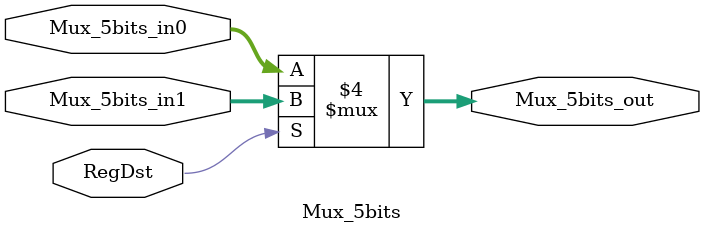
<source format=v>
`timescale 1ns / 1ps

module Mux_5bits(Mux_5bits_out, Mux_5bits_in0, Mux_5bits_in1, RegDst);

	output [4:0]Mux_5bits_out;
	reg [4:0]Mux_5bits_out;
	input [4:0]Mux_5bits_in0;
	input [4:0]Mux_5bits_in1;
	input RegDst;

	always@(*)
	begin
		if(RegDst == 1'b0 )begin
			Mux_5bits_out = Mux_5bits_in0;
		end
		else begin
			Mux_5bits_out = Mux_5bits_in1;
		end
	end

endmodule
</source>
